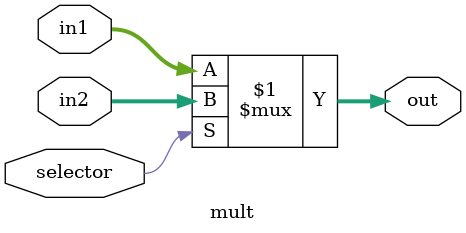
<source format=v>
module mult(in1,in2,selector,out); //DONE
		parameter n=64;
  input [n-1:0] in1;
  input [n-1:0] in2;
  input selector;
  output [n-1:0] out;
  assign out = ( selector ? in2 : in1 );
endmodule

</source>
